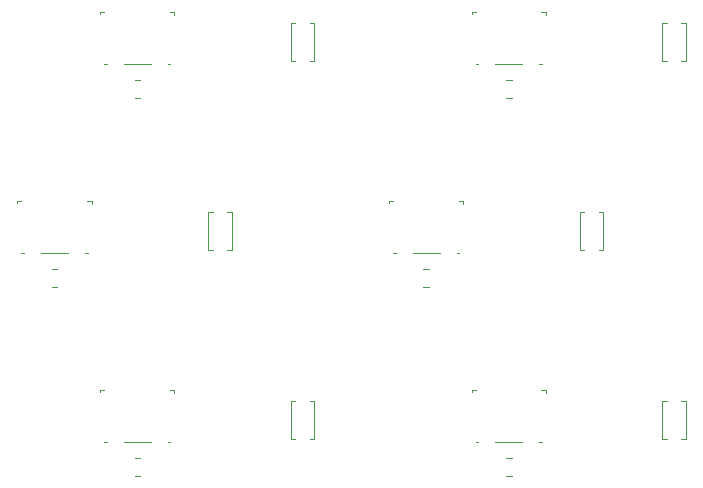
<source format=gbr>
%TF.GenerationSoftware,KiCad,Pcbnew,9.0.2*%
%TF.CreationDate,2025-08-05T01:23:02+01:00*%
%TF.ProjectId,led_jewellery,6c65645f-6a65-4776-956c-6c6572792e6b,rev?*%
%TF.SameCoordinates,Original*%
%TF.FileFunction,Legend,Top*%
%TF.FilePolarity,Positive*%
%FSLAX46Y46*%
G04 Gerber Fmt 4.6, Leading zero omitted, Abs format (unit mm)*
G04 Created by KiCad (PCBNEW 9.0.2) date 2025-08-05 01:23:02*
%MOMM*%
%LPD*%
G01*
G04 APERTURE LIST*
%ADD10C,0.100000*%
%ADD11C,0.120000*%
G04 APERTURE END LIST*
D10*
%TO.C,SW6*%
X125847796Y-111373462D02*
X126197796Y-111373462D01*
X125847796Y-111573462D02*
X125847796Y-111373462D01*
X126422796Y-115748462D02*
X126197796Y-115748462D01*
X130147796Y-115748462D02*
X127847796Y-115748462D01*
X131572796Y-115748462D02*
X131797796Y-115748462D01*
X132147796Y-111373462D02*
X131747796Y-111373462D01*
X132147796Y-111598462D02*
X132147796Y-111373462D01*
%TO.C,D1*%
X103533871Y-96298773D02*
X103933871Y-96298773D01*
X103533871Y-99498773D02*
X103533871Y-96298773D01*
X103933871Y-99498773D02*
X103533871Y-99498773D01*
X105133871Y-96298773D02*
X105533871Y-96298773D01*
X105533871Y-96298773D02*
X105533871Y-99498773D01*
X105533871Y-99498773D02*
X105133871Y-99498773D01*
X141997477Y-112298403D02*
X142397477Y-112298403D01*
X141997477Y-115498403D02*
X141997477Y-112298403D01*
X142397477Y-115498403D02*
X141997477Y-115498403D01*
X143597477Y-112298403D02*
X143997477Y-112298403D01*
X143997477Y-112298403D02*
X143997477Y-115498403D01*
X143997477Y-115498403D02*
X143597477Y-115498403D01*
%TO.C,SW3*%
X94384232Y-111373491D02*
X94734232Y-111373491D01*
X94384232Y-111573491D02*
X94384232Y-111373491D01*
X94959232Y-115748491D02*
X94734232Y-115748491D01*
X98684232Y-115748491D02*
X96384232Y-115748491D01*
X100109232Y-115748491D02*
X100334232Y-115748491D01*
X100684232Y-111373491D02*
X100284232Y-111373491D01*
X100684232Y-111598491D02*
X100684232Y-111373491D01*
D11*
%TO.C,R3*%
X97307168Y-117163491D02*
X97761296Y-117163491D01*
X97307168Y-118633491D02*
X97761296Y-118633491D01*
%TO.C,R4*%
X128770732Y-85163462D02*
X129224860Y-85163462D01*
X128770732Y-86633462D02*
X129224860Y-86633462D01*
D10*
%TO.C,D1*%
X110533913Y-80298432D02*
X110933913Y-80298432D01*
X110533913Y-83498432D02*
X110533913Y-80298432D01*
X110933913Y-83498432D02*
X110533913Y-83498432D01*
X112133913Y-80298432D02*
X112533913Y-80298432D01*
X112533913Y-80298432D02*
X112533913Y-83498432D01*
X112533913Y-83498432D02*
X112133913Y-83498432D01*
D11*
%TO.C,R6*%
X128770732Y-117163462D02*
X129224860Y-117163462D01*
X128770732Y-118633462D02*
X129224860Y-118633462D01*
%TO.C,R5*%
X121770690Y-101163803D02*
X122224818Y-101163803D01*
X121770690Y-102633803D02*
X122224818Y-102633803D01*
D10*
%TO.C,D1*%
X110533913Y-112298432D02*
X110933913Y-112298432D01*
X110533913Y-115498432D02*
X110533913Y-112298432D01*
X110933913Y-115498432D02*
X110533913Y-115498432D01*
X112133913Y-112298432D02*
X112533913Y-112298432D01*
X112533913Y-112298432D02*
X112533913Y-115498432D01*
X112533913Y-115498432D02*
X112133913Y-115498432D01*
%TO.C,SW2*%
X87384190Y-95373832D02*
X87734190Y-95373832D01*
X87384190Y-95573832D02*
X87384190Y-95373832D01*
X87959190Y-99748832D02*
X87734190Y-99748832D01*
X91684190Y-99748832D02*
X89384190Y-99748832D01*
X93109190Y-99748832D02*
X93334190Y-99748832D01*
X93684190Y-95373832D02*
X93284190Y-95373832D01*
X93684190Y-95598832D02*
X93684190Y-95373832D01*
%TO.C,D1*%
X134997435Y-96298744D02*
X135397435Y-96298744D01*
X134997435Y-99498744D02*
X134997435Y-96298744D01*
X135397435Y-99498744D02*
X134997435Y-99498744D01*
X136597435Y-96298744D02*
X136997435Y-96298744D01*
X136997435Y-96298744D02*
X136997435Y-99498744D01*
X136997435Y-99498744D02*
X136597435Y-99498744D01*
%TO.C,SW4*%
X125847796Y-79373462D02*
X126197796Y-79373462D01*
X125847796Y-79573462D02*
X125847796Y-79373462D01*
X126422796Y-83748462D02*
X126197796Y-83748462D01*
X130147796Y-83748462D02*
X127847796Y-83748462D01*
X131572796Y-83748462D02*
X131797796Y-83748462D01*
X132147796Y-79373462D02*
X131747796Y-79373462D01*
X132147796Y-79598462D02*
X132147796Y-79373462D01*
D11*
%TO.C,R2*%
X90307126Y-101163832D02*
X90761254Y-101163832D01*
X90307126Y-102633832D02*
X90761254Y-102633832D01*
D10*
%TO.C,D1*%
X141997477Y-80298403D02*
X142397477Y-80298403D01*
X141997477Y-83498403D02*
X141997477Y-80298403D01*
X142397477Y-83498403D02*
X141997477Y-83498403D01*
X143597477Y-80298403D02*
X143997477Y-80298403D01*
X143997477Y-80298403D02*
X143997477Y-83498403D01*
X143997477Y-83498403D02*
X143597477Y-83498403D01*
D11*
%TO.C,R1*%
X97307168Y-85163491D02*
X97761296Y-85163491D01*
X97307168Y-86633491D02*
X97761296Y-86633491D01*
D10*
%TO.C,SW1*%
X94384232Y-79373491D02*
X94734232Y-79373491D01*
X94384232Y-79573491D02*
X94384232Y-79373491D01*
X94959232Y-83748491D02*
X94734232Y-83748491D01*
X98684232Y-83748491D02*
X96384232Y-83748491D01*
X100109232Y-83748491D02*
X100334232Y-83748491D01*
X100684232Y-79373491D02*
X100284232Y-79373491D01*
X100684232Y-79598491D02*
X100684232Y-79373491D01*
%TO.C,SW5*%
X118847754Y-95373803D02*
X119197754Y-95373803D01*
X118847754Y-95573803D02*
X118847754Y-95373803D01*
X119422754Y-99748803D02*
X119197754Y-99748803D01*
X123147754Y-99748803D02*
X120847754Y-99748803D01*
X124572754Y-99748803D02*
X124797754Y-99748803D01*
X125147754Y-95373803D02*
X124747754Y-95373803D01*
X125147754Y-95598803D02*
X125147754Y-95373803D01*
%TD*%
M02*

</source>
